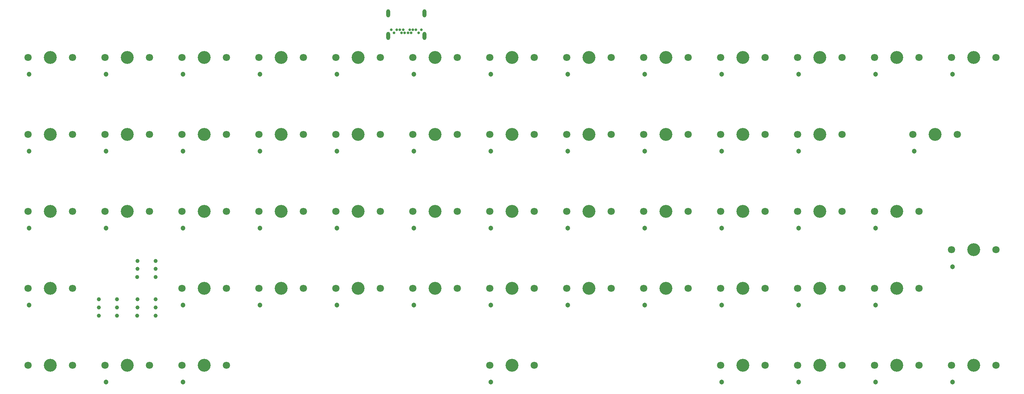
<source format=gbr>
%TF.GenerationSoftware,KiCad,Pcbnew,6.0.2-378541a8eb~116~ubuntu20.04.1*%
%TF.CreationDate,2022-02-22T21:10:34+00:00*%
%TF.ProjectId,Orthodox,4f727468-6f64-46f7-982e-6b696361645f,rev?*%
%TF.SameCoordinates,Original*%
%TF.FileFunction,Soldermask,Top*%
%TF.FilePolarity,Negative*%
%FSLAX46Y46*%
G04 Gerber Fmt 4.6, Leading zero omitted, Abs format (unit mm)*
G04 Created by KiCad (PCBNEW 6.0.2-378541a8eb~116~ubuntu20.04.1) date 2022-02-22 21:10:34*
%MOMM*%
%LPD*%
G01*
G04 APERTURE LIST*
%ADD10C,3.200000*%
%ADD11C,1.800000*%
%ADD12C,1.200000*%
%ADD13C,1.000000*%
%ADD14C,0.650000*%
%ADD15O,1.000000X2.000000*%
G04 APERTURE END LIST*
D10*
%TO.C,SW51*%
X92250000Y-170930000D03*
D11*
X86750000Y-170930000D03*
X97750000Y-170930000D03*
%TD*%
%TO.C,SW2*%
X105800000Y-94730000D03*
X116800000Y-94730000D03*
D12*
X106080000Y-98930000D03*
D10*
X111300000Y-94730000D03*
%TD*%
D11*
%TO.C,SW3*%
X135850000Y-94730000D03*
D12*
X125130000Y-98930000D03*
D10*
X130350000Y-94730000D03*
D11*
X124850000Y-94730000D03*
%TD*%
D12*
%TO.C,SW4*%
X144180000Y-98930000D03*
D10*
X149400000Y-94730000D03*
D11*
X143900000Y-94730000D03*
X154900000Y-94730000D03*
%TD*%
%TO.C,SW5*%
X173950000Y-94730000D03*
D12*
X163230000Y-98930000D03*
D11*
X162950000Y-94730000D03*
D10*
X168450000Y-94730000D03*
%TD*%
D11*
%TO.C,SW6*%
X193000000Y-94730000D03*
D12*
X182280000Y-98930000D03*
D10*
X187500000Y-94730000D03*
D11*
X182000000Y-94730000D03*
%TD*%
%TO.C,SW7*%
X201050000Y-94730000D03*
X212050000Y-94730000D03*
D10*
X206550000Y-94730000D03*
D12*
X201330000Y-98930000D03*
%TD*%
D10*
%TO.C,SW8*%
X225600000Y-94730000D03*
D11*
X220100000Y-94730000D03*
X231100000Y-94730000D03*
D12*
X220380000Y-98930000D03*
%TD*%
D11*
%TO.C,SW9*%
X250150000Y-94730000D03*
X239150000Y-94730000D03*
D10*
X244650000Y-94730000D03*
D12*
X239430000Y-98930000D03*
%TD*%
D11*
%TO.C,SW10*%
X258200000Y-94730000D03*
D10*
X263700000Y-94730000D03*
D12*
X258480000Y-98930000D03*
D11*
X269200000Y-94730000D03*
%TD*%
%TO.C,SW11*%
X277250000Y-94730000D03*
D10*
X282750000Y-94730000D03*
D11*
X288250000Y-94730000D03*
D12*
X277530000Y-98930000D03*
%TD*%
D11*
%TO.C,SW12*%
X296300000Y-94730000D03*
D12*
X296580000Y-98930000D03*
D10*
X301800000Y-94730000D03*
D11*
X307300000Y-94730000D03*
%TD*%
D10*
%TO.C,SW15*%
X111300000Y-113780000D03*
D11*
X105800000Y-113780000D03*
X116800000Y-113780000D03*
D12*
X106080000Y-117980000D03*
%TD*%
D11*
%TO.C,SW16*%
X124850000Y-113780000D03*
X135850000Y-113780000D03*
D10*
X130350000Y-113780000D03*
D12*
X125130000Y-117980000D03*
%TD*%
D11*
%TO.C,SW17*%
X154900000Y-113780000D03*
D10*
X149400000Y-113780000D03*
D11*
X143900000Y-113780000D03*
D12*
X144180000Y-117980000D03*
%TD*%
%TO.C,SW18*%
X163230000Y-117980000D03*
D11*
X173950000Y-113780000D03*
D10*
X168450000Y-113780000D03*
D11*
X162950000Y-113780000D03*
%TD*%
%TO.C,SW19*%
X182000000Y-113780000D03*
X193000000Y-113780000D03*
D10*
X187500000Y-113780000D03*
D12*
X182280000Y-117980000D03*
%TD*%
D10*
%TO.C,SW20*%
X206550000Y-113780000D03*
D11*
X212050000Y-113780000D03*
X201050000Y-113780000D03*
D12*
X201330000Y-117980000D03*
%TD*%
D11*
%TO.C,SW21*%
X231100000Y-113780000D03*
D10*
X225600000Y-113780000D03*
D11*
X220100000Y-113780000D03*
D12*
X220380000Y-117980000D03*
%TD*%
D11*
%TO.C,SW22*%
X250150000Y-113780000D03*
D10*
X244650000Y-113780000D03*
D11*
X239150000Y-113780000D03*
D12*
X239430000Y-117980000D03*
%TD*%
%TO.C,SW23*%
X258480000Y-117980000D03*
D11*
X258200000Y-113780000D03*
X269200000Y-113780000D03*
D10*
X263700000Y-113780000D03*
%TD*%
%TO.C,SW27*%
X111300000Y-132830000D03*
D11*
X116800000Y-132830000D03*
X105800000Y-132830000D03*
D12*
X106080000Y-137030000D03*
%TD*%
D11*
%TO.C,SW29*%
X143900000Y-132830000D03*
D10*
X149400000Y-132830000D03*
D12*
X144180000Y-137030000D03*
D11*
X154900000Y-132830000D03*
%TD*%
%TO.C,SW30*%
X162950000Y-132830000D03*
D12*
X163230000Y-137030000D03*
D11*
X173950000Y-132830000D03*
D10*
X168450000Y-132830000D03*
%TD*%
%TO.C,SW31*%
X187500000Y-132830000D03*
D11*
X193000000Y-132830000D03*
D12*
X182280000Y-137030000D03*
D11*
X182000000Y-132830000D03*
%TD*%
%TO.C,SW32*%
X212050000Y-132830000D03*
D12*
X201330000Y-137030000D03*
D10*
X206550000Y-132830000D03*
D11*
X201050000Y-132830000D03*
%TD*%
%TO.C,SW33*%
X220100000Y-132830000D03*
D12*
X220380000Y-137030000D03*
D10*
X225600000Y-132830000D03*
D11*
X231100000Y-132830000D03*
%TD*%
D10*
%TO.C,SW34*%
X244650000Y-132830000D03*
D11*
X239150000Y-132830000D03*
X250150000Y-132830000D03*
D12*
X239430000Y-137030000D03*
%TD*%
D10*
%TO.C,SW35*%
X263700000Y-132830000D03*
D12*
X258480000Y-137030000D03*
D11*
X258200000Y-132830000D03*
X269200000Y-132830000D03*
%TD*%
%TO.C,SW36*%
X277250000Y-132830000D03*
X288250000Y-132830000D03*
D12*
X277530000Y-137030000D03*
D10*
X282750000Y-132830000D03*
%TD*%
D11*
%TO.C,SW38*%
X315350000Y-142355000D03*
X326350000Y-142355000D03*
D12*
X315630000Y-146555000D03*
D10*
X320850000Y-142355000D03*
%TD*%
D11*
%TO.C,SW42*%
X143900000Y-151880000D03*
D12*
X144180000Y-156080000D03*
D11*
X154900000Y-151880000D03*
D10*
X149400000Y-151880000D03*
%TD*%
D12*
%TO.C,SW44*%
X182280000Y-156080000D03*
D10*
X187500000Y-151880000D03*
D11*
X193000000Y-151880000D03*
X182000000Y-151880000D03*
%TD*%
D12*
%TO.C,SW45*%
X201330000Y-156080000D03*
D10*
X206550000Y-151880000D03*
D11*
X212050000Y-151880000D03*
X201050000Y-151880000D03*
%TD*%
%TO.C,SW46*%
X220100000Y-151880000D03*
D12*
X220380000Y-156080000D03*
D11*
X231100000Y-151880000D03*
D10*
X225600000Y-151880000D03*
%TD*%
%TO.C,SW47*%
X244650000Y-151880000D03*
D11*
X239150000Y-151880000D03*
X250150000Y-151880000D03*
D12*
X239430000Y-156080000D03*
%TD*%
D11*
%TO.C,SW48*%
X258200000Y-151880000D03*
D10*
X263700000Y-151880000D03*
D12*
X258480000Y-156080000D03*
D11*
X269200000Y-151880000D03*
%TD*%
%TO.C,SW49*%
X277250000Y-151880000D03*
D10*
X282750000Y-151880000D03*
D12*
X277530000Y-156080000D03*
D11*
X288250000Y-151880000D03*
%TD*%
D13*
%TO.C,SW53*%
X104290000Y-154632500D03*
X104290000Y-156632500D03*
X104280000Y-158632500D03*
X108780000Y-154632500D03*
X108780000Y-156632500D03*
X108780000Y-158632500D03*
%TD*%
D11*
%TO.C,SW58*%
X277250000Y-170930000D03*
D10*
X282750000Y-170930000D03*
D12*
X277530000Y-175130000D03*
D11*
X288250000Y-170930000D03*
%TD*%
%TO.C,SW59*%
X307300000Y-170930000D03*
D10*
X301800000Y-170930000D03*
D12*
X296580000Y-175130000D03*
D11*
X296300000Y-170930000D03*
%TD*%
D12*
%TO.C,SW28*%
X125130000Y-137030000D03*
D11*
X124850000Y-132830000D03*
X135850000Y-132830000D03*
D10*
X130350000Y-132830000D03*
%TD*%
D11*
%TO.C,SW1*%
X97750000Y-94730000D03*
D12*
X87030000Y-98930000D03*
D10*
X92250000Y-94730000D03*
D11*
X86750000Y-94730000D03*
%TD*%
%TO.C,SW13*%
X326350000Y-94730000D03*
D10*
X320850000Y-94730000D03*
D12*
X315630000Y-98930000D03*
D11*
X315350000Y-94730000D03*
%TD*%
%TO.C,SW14*%
X97750000Y-113780000D03*
X86750000Y-113780000D03*
D12*
X87030000Y-117980000D03*
D10*
X92250000Y-113780000D03*
%TD*%
D11*
%TO.C,SW25*%
X316825000Y-113780000D03*
D10*
X311325000Y-113780000D03*
D11*
X305825000Y-113780000D03*
D12*
X306105000Y-117980000D03*
%TD*%
D11*
%TO.C,SW24*%
X277250000Y-113780000D03*
X288250000Y-113780000D03*
D12*
X277530000Y-117980000D03*
D10*
X282750000Y-113780000D03*
%TD*%
%TO.C,SW26*%
X92250000Y-132830000D03*
D11*
X97750000Y-132830000D03*
D12*
X87030000Y-137030000D03*
D11*
X86750000Y-132830000D03*
%TD*%
%TO.C,SW37*%
X296300000Y-132830000D03*
D10*
X301800000Y-132830000D03*
D11*
X307300000Y-132830000D03*
D12*
X296580000Y-137030000D03*
%TD*%
%TO.C,SW39*%
X87030000Y-156080000D03*
D10*
X92250000Y-151880000D03*
D11*
X97750000Y-151880000D03*
X86750000Y-151880000D03*
%TD*%
%TO.C,SW50*%
X296300000Y-151880000D03*
X307300000Y-151880000D03*
D12*
X296580000Y-156080000D03*
D10*
X301800000Y-151880000D03*
%TD*%
%TO.C,SW43*%
X168450000Y-151880000D03*
D11*
X162950000Y-151880000D03*
X173950000Y-151880000D03*
D12*
X163230000Y-156080000D03*
%TD*%
%TO.C,SW41*%
X125130000Y-156080000D03*
D11*
X124850000Y-151880000D03*
X135850000Y-151880000D03*
D10*
X130350000Y-151880000D03*
%TD*%
D11*
%TO.C,SW55*%
X135850000Y-170930000D03*
X124850000Y-170930000D03*
D10*
X130350000Y-170930000D03*
D12*
X125130000Y-175130000D03*
%TD*%
D10*
%TO.C,SW52*%
X111300000Y-170930000D03*
D11*
X105800000Y-170930000D03*
X116800000Y-170930000D03*
D12*
X106080000Y-175130000D03*
%TD*%
%TO.C,SW57*%
X258480000Y-175130000D03*
D11*
X258200000Y-170930000D03*
X269200000Y-170930000D03*
D10*
X263700000Y-170930000D03*
%TD*%
D11*
%TO.C,SW60*%
X326350000Y-170930000D03*
D10*
X320850000Y-170930000D03*
D11*
X315350000Y-170930000D03*
D12*
X315630000Y-175130000D03*
%TD*%
D13*
%TO.C,SW40*%
X113812500Y-145107500D03*
X113812500Y-147107500D03*
X113802500Y-149107500D03*
X118302500Y-145107500D03*
X118302500Y-147107500D03*
X118302500Y-149107500D03*
%TD*%
%TO.C,SW54*%
X113812500Y-154632500D03*
X113812500Y-156632500D03*
X113802500Y-158632500D03*
X118302500Y-154632500D03*
X118302500Y-156632500D03*
X118302500Y-158632500D03*
%TD*%
D10*
%TO.C,SW56*%
X206550000Y-170930000D03*
D12*
X201330000Y-175130000D03*
D11*
X201050000Y-170930000D03*
X212050000Y-170930000D03*
%TD*%
D14*
%TO.C,J1*%
X176685000Y-87910000D03*
X184135000Y-87910000D03*
X183460000Y-88610000D03*
X182810000Y-87910000D03*
X182010000Y-87910000D03*
X181610000Y-88610000D03*
X181210000Y-87910000D03*
X180810000Y-88610000D03*
X180010000Y-88610000D03*
X179610000Y-87910000D03*
X179210000Y-88610000D03*
X178810000Y-87910000D03*
X178010000Y-87910000D03*
X177360000Y-88610000D03*
D15*
X175910000Y-89410000D03*
X184910000Y-89410000D03*
X175910000Y-83810000D03*
X184910000Y-83810000D03*
%TD*%
M02*

</source>
